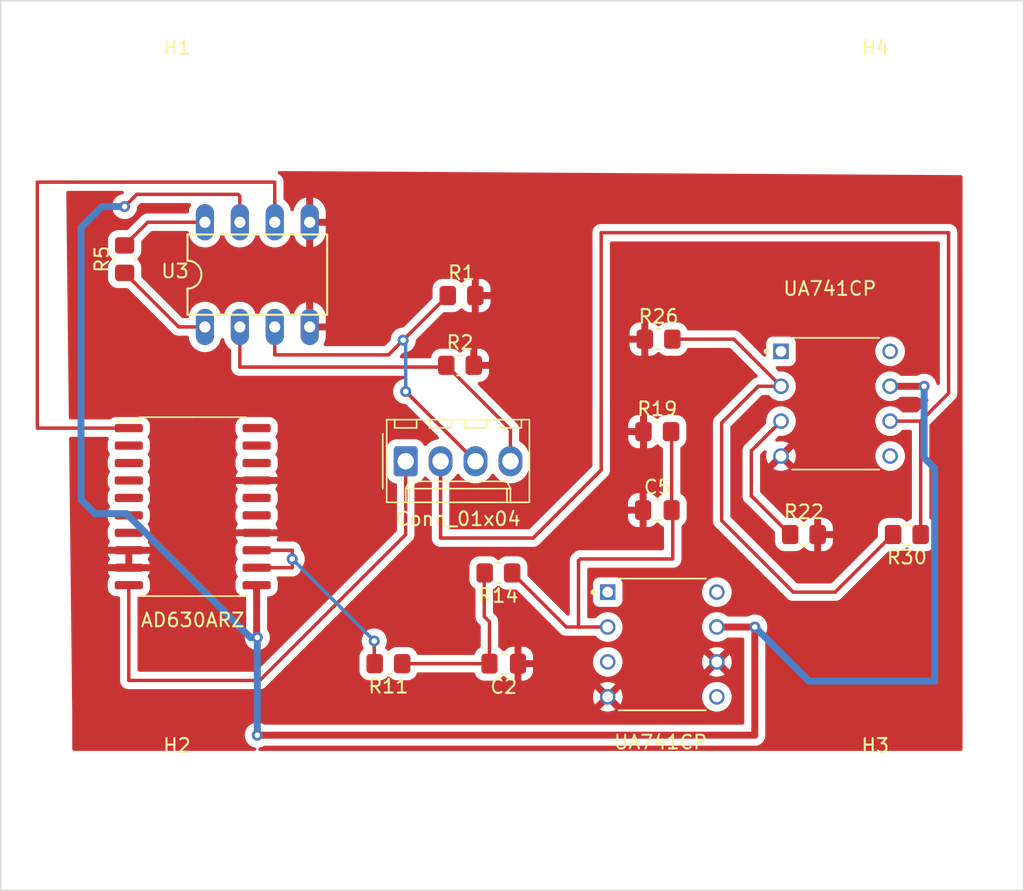
<source format=kicad_pcb>
(kicad_pcb (version 20211014) (generator pcbnew)
  (layers (0 "F.Cu" signal) (31 "B.Cu" signal) (34 "B.Paste" user) (35 "F.Paste" user) (36 "B.SilkS" user "B.Silkscreen") (37 "F.SilkS" user "F.Silkscreen") (38 "B.Mask" user) (39 "F.Mask" user) (44 "Edge.Cuts" user))
  (net 0 "")
  (net 1 "GND")
  (net 2 "Net-(C2-Pad2)")
  (net 3 "Net-(C5-Pad2)")
  (net 4 "+5V")
  (net 5 "Net-(R5-Pad1)")
  (net 6 "Net-(R5-Pad2)")
  (net 7 "Net-(R11-Pad2)")
  (net 8 "Net-(R22-Pad1)")
  (net 9 "Net-(R26-Pad2)")
  (net 16 "Net-(U4-Pad15)")
  (net 24 "Net-(R1-Pad1)")
  (net 25 "Net-(R2-Pad1)")
  (net 26 "Net-(U4-Pad1)")
  (net 27 "Net-(U4-Pad10)")
  (net 28 "Net-(J1-Pad2)")
  (footprint "Resistor_SMD:R_0805_2012Metric_Pad1.20x1.40mm_HandSolder" (layer "F.Cu") (at 150.892 87.122 180)
    (fp_text reference "R30" (at 0 -1.65) (layer "F.SilkS"))
    (fp_text value "1K")
    (fp_line (start -0.227064 -0.735) (end 0.227064 -0.735) (layer "F.SilkS") (width 0.12))
    (fp_line (start -0.227064 0.735) (end 0.227064 0.735) (layer "F.SilkS") (width 0.12))
    (pad "1" smd roundrect (at -1 0 180) (size 1.2 1.4) (layers "F.Cu" "F.Paste" "F.Mask") (roundrect_rratio 0.208333) (net 28 "Net-(J1-Pad2)"))
    (pad "2" smd roundrect (at 1 0 180) (size 1.2 1.4) (layers "F.Cu" "F.Paste" "F.Mask") (roundrect_rratio 0.208333) (net 9 "Net-(R26-Pad2)"))
  )
  (footprint "MountingHole:MountingHole_3.2mm_M3" (layer "F.Cu") (at 97.79 55.88)
    (fp_text reference "H1" (at 0 -4.2) (layer "F.SilkS"))
    (fp_text value "MountingHole")
    (pad "" np_thru_hole circle (at 0 0) (size 3.2 3.2) (drill 3.2) (layers *.Cu *.Mask))
  )
  (footprint "AD620:DIL08" (layer "F.Cu") (at 103.632 68.199)
    (fp_text reference "U3" (at -5.98085 -0.2545 180) (layer "F.SilkS") (effects (font (size 1.001984 1.001984))))
    (fp_text value "AD620")
    (fp_line (start -5.08 2.921) (end 5.08 2.921) (layer "F.SilkS") (width 0.1524))
    (fp_line (start -5.08 -2.921) (end -5.08 -1.016) (layer "F.SilkS") (width 0.1524))
    (fp_line (start 5.08 -2.921) (end -5.08 -2.921) (layer "F.SilkS") (width 0.1524))
    (fp_line (start -5.08 2.921) (end -5.08 1.016) (layer "F.SilkS") (width 0.1524))
    (fp_line (start 5.08 -2.921) (end 5.08 2.921) (layer "F.SilkS") (width 0.1524))
    (fp_arc (start -5.08 -1.016) (mid -4.064 0) (end -5.08 1.016) (layer "F.SilkS") (width 0.1524))
    (pad "1" thru_hole oval locked (at -3.81 3.81) (size 1.3208 2.6416) (drill 0.8128) (layers *.Cu *.Mask) (net 5 "Net-(R5-Pad1)"))
    (pad "2" thru_hole oval locked (at -1.27 3.81) (size 1.3208 2.6416) (drill 0.8128) (layers *.Cu *.Mask) (net 25 "Net-(R2-Pad1)"))
    (pad "3" thru_hole oval locked (at 1.27 3.81) (size 1.3208 2.6416) (drill 0.8128) (layers *.Cu *.Mask) (net 24 "Net-(R1-Pad1)"))
    (pad "4" thru_hole oval locked (at 3.81 3.81) (size 1.3208 2.6416) (drill 0.8128) (layers *.Cu *.Mask) (net 1 "GND"))
    (pad "5" thru_hole oval locked (at 3.81 -3.81) (size 1.3208 2.6416) (drill 0.8128) (layers *.Cu *.Mask) (net 1 "GND"))
    (pad "6" thru_hole oval locked (at 1.27 -3.81) (size 1.3208 2.6416) (drill 0.8128) (layers *.Cu *.Mask) (net 26 "Net-(U4-Pad1)"))
    (pad "7" thru_hole oval locked (at -1.27 -3.81) (size 1.3208 2.6416) (drill 0.8128) (layers *.Cu *.Mask) (net 4 "+5V"))
    (pad "8" thru_hole oval locked (at -3.81 -3.81) (size 1.3208 2.6416) (drill 0.8128) (layers *.Cu *.Mask) (net 6 "Net-(R5-Pad2)"))
  )
  (footprint "MountingHole:MountingHole_3.2mm_M3" (layer "F.Cu") (at 148.59 106.68)
    (fp_text reference "H3" (at 0 -4.2) (layer "F.SilkS"))
    (fp_text value "MountingHole")
    (pad "" np_thru_hole circle (at 0 0) (size 3.2 3.2) (drill 3.2) (layers *.Cu *.Mask))
  )
  (footprint "Capacitor_SMD:C_0805_2012Metric_Pad1.18x1.45mm_HandSolder" (layer "F.Cu") (at 121.5605 96.52 180)
    (fp_text reference "C2" (at 0 -1.68) (layer "F.SilkS"))
    (fp_text value "1uF")
    (fp_line (start -0.261252 -0.735) (end 0.261252 -0.735) (layer "F.SilkS") (width 0.12))
    (fp_line (start -0.261252 0.735) (end 0.261252 0.735) (layer "F.SilkS") (width 0.12))
    (pad "1" smd roundrect (at -1.0375 0 180) (size 1.175 1.45) (layers "F.Cu" "F.Paste" "F.Mask") (roundrect_rratio 0.212766) (net 1 "GND"))
    (pad "2" smd roundrect (at 1.0375 0 180) (size 1.175 1.45) (layers "F.Cu" "F.Paste" "F.Mask") (roundrect_rratio 0.212766) (net 2 "Net-(C2-Pad2)"))
  )
  (footprint "uA741:DIP794W45P254L959H508Q8" (layer "F.Cu") (at 133.096 95.123)
    (fp_text reference "U7" hide)
    (fp_text value "UA741CP" (at -0.127 7.112) (layer "F.SilkS"))
    (fp_line (start -3.175 4.795) (end 3.175 4.795) (layer "F.SilkS") (width 0.127))
    (fp_line (start -3.175 -4.795) (end 3.175 -4.795) (layer "F.SilkS") (width 0.127))
    (fp_circle (center -5.035 -3.81) (end -4.935 -3.81) (layer "F.SilkS") (width 0.2) (fill none))
    (pad "1" thru_hole rect locked (at -3.97 -3.81) (size 1.13 1.13) (drill 0.78) (layers *.Cu *.Mask))
    (pad "2" thru_hole circle locked (at -3.97 -1.27) (size 1.13 1.13) (drill 0.78) (layers *.Cu *.Mask) (net 3 "Net-(C5-Pad2)"))
    (pad "3" thru_hole circle locked (at -3.97 1.27) (size 1.13 1.13) (drill 0.78) (layers *.Cu *.Mask))
    (pad "4" thru_hole circle locked (at -3.97 3.81) (size 1.13 1.13) (drill 0.78) (layers *.Cu *.Mask) (net 1 "GND"))
    (pad "5" thru_hole circle locked (at 3.97 3.81) (size 1.13 1.13) (drill 0.78) (layers *.Cu *.Mask))
    (pad "6" thru_hole circle locked (at 3.97 1.27) (size 1.13 1.13) (drill 0.78) (layers *.Cu *.Mask) (net 1 "GND"))
    (pad "7" thru_hole circle locked (at 3.97 -1.27) (size 1.13 1.13) (drill 0.78) (layers *.Cu *.Mask) (net 4 "+5V"))
    (pad "8" thru_hole circle locked (at 3.97 -3.81) (size 1.13 1.13) (drill 0.78) (layers *.Cu *.Mask))
  )
  (footprint "Resistor_SMD:R_0805_2012Metric_Pad1.20x1.40mm_HandSolder" (layer "F.Cu") (at 118.491 69.723)
    (fp_text reference "R1" (at 0 -1.65) (layer "F.SilkS"))
    (fp_text value "10K")
    (fp_line (start -0.227064 0.735) (end 0.227064 0.735) (layer "F.SilkS") (width 0.12))
    (fp_line (start -0.227064 -0.735) (end 0.227064 -0.735) (layer "F.SilkS") (width 0.12))
    (pad "1" smd roundrect (at -1 0) (size 1.2 1.4) (layers "F.Cu" "F.Paste" "F.Mask") (roundrect_rratio 0.208333) (net 24 "Net-(R1-Pad1)"))
    (pad "2" smd roundrect (at 1 0) (size 1.2 1.4) (layers "F.Cu" "F.Paste" "F.Mask") (roundrect_rratio 0.208333) (net 1 "GND"))
  )
  (footprint "Resistor_SMD:R_0805_2012Metric_Pad1.20x1.40mm_HandSolder" (layer "F.Cu") (at 121.174 89.916 180)
    (fp_text reference "R14" (at 0 -1.65) (layer "F.SilkS"))
    (fp_text value "1K")
    (fp_line (start -0.227064 -0.735) (end 0.227064 -0.735) (layer "F.SilkS") (width 0.12))
    (fp_line (start -0.227064 0.735) (end 0.227064 0.735) (layer "F.SilkS") (width 0.12))
    (pad "1" smd roundrect (at -1 0 180) (size 1.2 1.4) (layers "F.Cu" "F.Paste" "F.Mask") (roundrect_rratio 0.208333) (net 3 "Net-(C5-Pad2)"))
    (pad "2" smd roundrect (at 1 0 180) (size 1.2 1.4) (layers "F.Cu" "F.Paste" "F.Mask") (roundrect_rratio 0.208333) (net 2 "Net-(C2-Pad2)"))
  )
  (footprint "Resistor_SMD:R_0805_2012Metric_Pad1.20x1.40mm_HandSolder" (layer "F.Cu") (at 132.731 79.629)
    (fp_text reference "R19" (at 0 -1.65) (layer "F.SilkS"))
    (fp_text value "200K")
    (fp_line (start -0.227064 -0.735) (end 0.227064 -0.735) (layer "F.SilkS") (width 0.12))
    (fp_line (start -0.227064 0.735) (end 0.227064 0.735) (layer "F.SilkS") (width 0.12))
    (pad "1" smd roundrect (at -1 0) (size 1.2 1.4) (layers "F.Cu" "F.Paste" "F.Mask") (roundrect_rratio 0.208333) (net 1 "GND"))
    (pad "2" smd roundrect (at 1 0) (size 1.2 1.4) (layers "F.Cu" "F.Paste" "F.Mask") (roundrect_rratio 0.208333) (net 3 "Net-(C5-Pad2)"))
  )
  (footprint "uA741:DIP794W45P254L959H508Q8" (layer "F.Cu") (at 145.701995 77.597)
    (fp_text reference "U11" hide)
    (fp_text value "UA741CP" (at -0.414 -8.382) (layer "F.SilkS"))
    (fp_line (start -3.175 4.795) (end 3.175 4.795) (layer "F.SilkS") (width 0.127))
    (fp_line (start -3.175 -4.795) (end 3.175 -4.795) (layer "F.SilkS") (width 0.127))
    (fp_circle (center -5.035 -3.81) (end -4.935 -3.81) (layer "F.SilkS") (width 0.2) (fill none))
    (pad "1" thru_hole rect locked (at -3.97 -3.81) (size 1.13 1.13) (drill 0.78) (layers *.Cu *.Mask))
    (pad "2" thru_hole circle locked (at -3.97 -1.27) (size 1.13 1.13) (drill 0.78) (layers *.Cu *.Mask) (net 9 "Net-(R26-Pad2)"))
    (pad "3" thru_hole circle locked (at -3.97 1.27) (size 1.13 1.13) (drill 0.78) (layers *.Cu *.Mask) (net 8 "Net-(R22-Pad1)"))
    (pad "4" thru_hole circle locked (at -3.97 3.81) (size 1.13 1.13) (drill 0.78) (layers *.Cu *.Mask) (net 1 "GND"))
    (pad "5" thru_hole circle locked (at 3.97 3.81) (size 1.13 1.13) (drill 0.78) (layers *.Cu *.Mask))
    (pad "6" thru_hole circle locked (at 3.97 1.27) (size 1.13 1.13) (drill 0.78) (layers *.Cu *.Mask) (net 28 "Net-(J1-Pad2)"))
    (pad "7" thru_hole circle locked (at 3.97 -1.27) (size 1.13 1.13) (drill 0.78) (layers *.Cu *.Mask) (net 4 "+5V"))
    (pad "8" thru_hole circle locked (at 3.97 -3.81) (size 1.13 1.13) (drill 0.78) (layers *.Cu *.Mask))
  )
  (footprint "Resistor_SMD:R_0805_2012Metric_Pad1.20x1.40mm_HandSolder" (layer "F.Cu") (at 118.38 74.803)
    (fp_text reference "R2" (at 0 -1.65) (layer "F.SilkS"))
    (fp_text value "10K")
    (fp_line (start -0.227064 0.735) (end 0.227064 0.735) (layer "F.SilkS") (width 0.12))
    (fp_line (start -0.227064 -0.735) (end 0.227064 -0.735) (layer "F.SilkS") (width 0.12))
    (pad "1" smd roundrect (at -1 0) (size 1.2 1.4) (layers "F.Cu" "F.Paste" "F.Mask") (roundrect_rratio 0.208333) (net 25 "Net-(R2-Pad1)"))
    (pad "2" smd roundrect (at 1 0) (size 1.2 1.4) (layers "F.Cu" "F.Paste" "F.Mask") (roundrect_rratio 0.208333) (net 1 "GND"))
  )
  (footprint "Resistor_SMD:R_0805_2012Metric_Pad1.20x1.40mm_HandSolder" (layer "F.Cu") (at 132.826 72.898)
    (fp_text reference "R26" (at 0 -1.65) (layer "F.SilkS"))
    (fp_text value "1K")
    (fp_line (start -0.227064 -0.735) (end 0.227064 -0.735) (layer "F.SilkS") (width 0.12))
    (fp_line (start -0.227064 0.735) (end 0.227064 0.735) (layer "F.SilkS") (width 0.12))
    (pad "1" smd roundrect (at -1 0) (size 1.2 1.4) (layers "F.Cu" "F.Paste" "F.Mask") (roundrect_rratio 0.208333) (net 1 "GND"))
    (pad "2" smd roundrect (at 1 0) (size 1.2 1.4) (layers "F.Cu" "F.Paste" "F.Mask") (roundrect_rratio 0.208333) (net 9 "Net-(R26-Pad2)"))
  )
  (footprint "MountingHole:MountingHole_3.2mm_M3" (layer "F.Cu") (at 148.59 55.88)
    (fp_text reference "H4" (at 0 -4.2) (layer "F.SilkS"))
    (fp_text value "MountingHole")
    (pad "" np_thru_hole circle (at 0 0) (size 3.2 3.2) (drill 3.2) (layers *.Cu *.Mask))
  )
  (footprint "Resistor_SMD:R_0805_2012Metric_Pad1.20x1.40mm_HandSolder" (layer "F.Cu") (at 113.173 96.52 180)
    (fp_text reference "R11" (at 0 -1.65) (layer "F.SilkS"))
    (fp_text value "1K")
    (fp_line (start -0.227064 0.735) (end 0.227064 0.735) (layer "F.SilkS") (width 0.12))
    (fp_line (start -0.227064 -0.735) (end 0.227064 -0.735) (layer "F.SilkS") (width 0.12))
    (pad "1" smd roundrect (at -1 0 180) (size 1.2 1.4) (layers "F.Cu" "F.Paste" "F.Mask") (roundrect_rratio 0.208333) (net 2 "Net-(C2-Pad2)"))
    (pad "2" smd roundrect (at 1 0 180) (size 1.2 1.4) (layers "F.Cu" "F.Paste" "F.Mask") (roundrect_rratio 0.208333) (net 7 "Net-(R11-Pad2)"))
  )
  (footprint "Package_SO:SOIC-20W_7.5x12.8mm_P1.27mm" (layer "F.Cu") (at 98.933 85.09)
    (fp_text reference "U4" hide)
    (fp_text value "AD630ARZ" (at 0 8.255) (layer "F.SilkS"))
    (fp_line (start -3.86 -6.51) (end -3.86 -6.275) (layer "F.SilkS") (width 0.12))
    (fp_line (start 0 6.51) (end 3.86 6.51) (layer "F.SilkS") (width 0.12))
    (fp_line (start 3.86 6.51) (end 3.86 6.275) (layer "F.SilkS") (width 0.12))
    (fp_line (start 3.86 -6.51) (end 3.86 -6.275) (layer "F.SilkS") (width 0.12))
    (fp_line (start -3.86 -6.275) (end -5.675 -6.275) (layer "F.SilkS") (width 0.12))
    (fp_line (start 0 6.51) (end -3.86 6.51) (layer "F.SilkS") (width 0.12))
    (fp_line (start 0 -6.51) (end 3.86 -6.51) (layer "F.SilkS") (width 0.12))
    (fp_line (start 0 -6.51) (end -3.86 -6.51) (layer "F.SilkS") (width 0.12))
    (fp_line (start -3.86 6.51) (end -3.86 6.275) (layer "F.SilkS") (width 0.12))
    (pad "1" smd roundrect (at -4.65 -5.715) (size 2.05 0.6) (layers "F.Cu" "F.Paste" "F.Mask") (net 26 "Net-(U4-Pad1)"))
    (pad "2" smd roundrect (at -4.65 -4.445) (size 2.05 0.6) (layers "F.Cu" "F.Paste" "F.Mask"))
    (pad "3" smd roundrect (at -4.65 -3.175) (size 2.05 0.6) (layers "F.Cu" "F.Paste" "F.Mask"))
    (pad "4" smd roundrect (at -4.65 -1.905) (size 2.05 0.6) (layers "F.Cu" "F.Paste" "F.Mask"))
    (pad "5" smd roundrect (at -4.65 -0.635) (size 2.05 0.6) (layers "F.Cu" "F.Paste" "F.Mask"))
    (pad "6" smd roundrect (at -4.65 0.635) (size 2.05 0.6) (layers "F.Cu" "F.Paste" "F.Mask"))
    (pad "7" smd roundrect (at -4.65 1.905) (size 2.05 0.6) (layers "F.Cu" "F.Paste" "F.Mask"))
    (pad "8" smd roundrect (at -4.65 3.175) (size 2.05 0.6) (layers "F.Cu" "F.Paste" "F.Mask") (net 1 "GND"))
    (pad "9" smd roundrect (at -4.65 4.445) (size 2.05 0.6) (layers "F.Cu" "F.Paste" "F.Mask") (net 1 "GND"))
    (pad "10" smd roundrect (at -4.65 5.715) (size 2.05 0.6) (layers "F.Cu" "F.Paste" "F.Mask") (net 27 "Net-(U4-Pad10)"))
    (pad "11" smd roundrect (at 4.65 5.715) (size 2.05 0.6) (layers "F.Cu" "F.Paste" "F.Mask") (net 4 "+5V"))
    (pad "12" smd roundrect (at 4.65 4.445) (size 2.05 0.6) (layers "F.Cu" "F.Paste" "F.Mask") (net 7 "Net-(R11-Pad2)"))
    (pad "13" smd roundrect (at 4.65 3.175) (size 2.05 0.6) (layers "F.Cu" "F.Paste" "F.Mask") (net 7 "Net-(R11-Pad2)"))
    (pad "14" smd roundrect (at 4.65 1.905) (size 2.05 0.6) (layers "F.Cu" "F.Paste" "F.Mask") (net 1 "GND"))
    (pad "15" smd roundrect (at 4.65 0.635) (size 2.05 0.6) (layers "F.Cu" "F.Paste" "F.Mask") (net 16 "Net-(U4-Pad15)"))
    (pad "16" smd roundrect (at 4.65 -0.635) (size 2.05 0.6) (layers "F.Cu" "F.Paste" "F.Mask"))
    (pad "17" smd roundrect (at 4.65 -1.905) (size 2.05 0.6) (layers "F.Cu" "F.Paste" "F.Mask") (net 1 "GND"))
    (pad "18" smd roundrect (at 4.65 -3.175) (size 2.05 0.6) (layers "F.Cu" "F.Paste" "F.Mask"))
    (pad "19" smd roundrect (at 4.65 -4.445) (size 2.05 0.6) (layers "F.Cu" "F.Paste" "F.Mask") (net 16 "Net-(U4-Pad15)"))
    (pad "20" smd roundrect (at 4.65 -5.715) (size 2.05 0.6) (layers "F.Cu" "F.Paste" "F.Mask") (net 16 "Net-(U4-Pad15)"))
  )
  (footprint "Capacitor_SMD:C_0805_2012Metric_Pad1.18x1.45mm_HandSolder" (layer "F.Cu") (at 132.7365 85.344)
    (fp_text reference "C5" (at 0 -1.68) (layer "F.SilkS"))
    (fp_text value "200nF")
    (fp_line (start -0.261252 0.735) (end 0.261252 0.735) (layer "F.SilkS") (width 0.12))
    (fp_line (start -0.261252 -0.735) (end 0.261252 -0.735) (layer "F.SilkS") (width 0.12))
    (pad "1" smd roundrect (at -1.0375 0) (size 1.175 1.45) (layers "F.Cu" "F.Paste" "F.Mask") (roundrect_rratio 0.212766) (net 1 "GND"))
    (pad "2" smd roundrect (at 1.0375 0) (size 1.175 1.45) (layers "F.Cu" "F.Paste" "F.Mask") (roundrect_rratio 0.212766) (net 3 "Net-(C5-Pad2)"))
  )
  (footprint "Connector_Molex:Molex_KK-254_AE-6410-04A_1x04_P2.54mm_Vertical" (layer "F.Cu") (at 114.427 81.788)
    (fp_text reference "J1" hide)
    (fp_text value "Conn_01x04" (at 3.81 4.191) (layer "F.SilkS"))
    (fp_line (start -1.38 -3.03) (end -1.38 2.99) (layer "F.SilkS") (width 0.12))
    (fp_line (start 4.28 -3.03) (end 4.28 -2.43) (layer "F.SilkS") (width 0.12))
    (fp_line (start 0.25 2.99) (end 0.25 1.99) (layer "F.SilkS") (width 0.12))
    (fp_line (start 0 2.99) (end 0 1.99) (layer "F.SilkS") (width 0.12))
    (fp_line (start 0 1.99) (end 7.62 1.99) (layer "F.SilkS") (width 0.12))
    (fp_line (start 9 -3.03) (end -1.38 -3.03) (layer "F.SilkS") (width 0.12))
    (fp_line (start 4.28 -2.43) (end 5.88 -2.43) (layer "F.SilkS") (width 0.12))
    (fp_line (start 0.25 1.46) (end 7.37 1.46) (layer "F.SilkS") (width 0.12))
    (fp_line (start -0.8 -3.03) (end -0.8 -2.43) (layer "F.SilkS") (width 0.12))
    (fp_line (start 8.42 -2.43) (end 8.42 -3.03) (layer "F.SilkS") (width 0.12))
    (fp_line (start 7.37 2.99) (end 7.37 1.99) (layer "F.SilkS") (width 0.12))
    (fp_line (start 0.8 -2.43) (end 0.8 -3.03) (layer "F.SilkS") (width 0.12))
    (fp_line (start 1.74 -2.43) (end 3.34 -2.43) (layer "F.SilkS") (width 0.12))
    (fp_line (start -0.8 -2.43) (end 0.8 -2.43) (layer "F.SilkS") (width 0.12))
    (fp_line (start 0 1.99) (end 0.25 1.46) (layer "F.SilkS") (width 0.12))
    (fp_line (start 5.88 -2.43) (end 5.88 -3.03) (layer "F.SilkS") (width 0.12))
    (fp_line (start -1.38 2.99) (end 9 2.99) (layer "F.SilkS") (width 0.12))
    (fp_line (start 1.74 -3.03) (end 1.74 -2.43) (layer "F.SilkS") (width 0.12))
    (fp_line (start -1.67 -2) (end -1.67 2) (layer "F.SilkS") (width 0.12))
    (fp_line (start 3.34 -2.43) (end 3.34 -3.03) (layer "F.SilkS") (width 0.12))
    (fp_line (start 9 2.99) (end 9 -3.03) (layer "F.SilkS") (width 0.12))
    (fp_line (start 7.37 1.46) (end 7.62 1.99) (layer "F.SilkS") (width 0.12))
    (fp_line (start 6.82 -3.03) (end 6.82 -2.43) (layer "F.SilkS") (width 0.12))
    (fp_line (start 7.62 1.99) (end 7.62 2.99) (layer "F.SilkS") (width 0.12))
    (fp_line (start 6.82 -2.43) (end 8.42 -2.43) (layer "F.SilkS") (width 0.12))
    (pad "1" thru_hole roundrect (at 0 0) (size 1.74 2.19) (drill 1.19) (layers *.Cu *.Mask) (roundrect_rratio 0.143678) (net 27 "Net-(U4-Pad10)"))
    (pad "2" thru_hole oval (at 2.54 0) (size 1.74 2.19) (drill 1.19) (layers *.Cu *.Mask) (net 28 "Net-(J1-Pad2)"))
    (pad "3" thru_hole oval (at 5.08 0) (size 1.74 2.19) (drill 1.19) (layers *.Cu *.Mask) (net 24 "Net-(R1-Pad1)"))
    (pad "4" thru_hole oval (at 7.62 0) (size 1.74 2.19) (drill 1.19) (layers *.Cu *.Mask) (net 25 "Net-(R2-Pad1)"))
  )
  (footprint "MountingHole:MountingHole_3.2mm_M3" (layer "F.Cu") (at 97.79 106.68)
    (fp_text reference "H2" (at 0 -4.2) (layer "F.SilkS"))
    (fp_text value "MountingHole")
    (pad "" np_thru_hole circle (at 0 0) (size 3.2 3.2) (drill 3.2) (layers *.Cu *.Mask))
  )
  (footprint "Resistor_SMD:R_0805_2012Metric_Pad1.20x1.40mm_HandSolder" (layer "F.Cu") (at 143.399 87.122)
    (fp_text reference "R22" (at 0 -1.65) (layer "F.SilkS"))
    (fp_text value "1K")
    (fp_line (start -0.227064 -0.735) (end 0.227064 -0.735) (layer "F.SilkS") (width 0.12))
    (fp_line (start -0.227064 0.735) (end 0.227064 0.735) (layer "F.SilkS") (width 0.12))
    (pad "1" smd roundrect (at -1 0) (size 1.2 1.4) (layers "F.Cu" "F.Paste" "F.Mask") (roundrect_rratio 0.208333) (net 8 "Net-(R22-Pad1)"))
    (pad "2" smd roundrect (at 1 0) (size 1.2 1.4) (layers "F.Cu" "F.Paste" "F.Mask") (roundrect_rratio 0.208333) (net 1 "GND"))
  )
  (footprint "Resistor_SMD:R_0805_2012Metric_Pad1.20x1.40mm_HandSolder" (layer "F.Cu") (at 93.98 67.072 90)
    (fp_text reference "R5" (at 0 -1.65 90) (layer "F.SilkS"))
    (fp_text value "1K")
    (fp_line (start -0.227064 -0.735) (end 0.227064 -0.735) (layer "F.SilkS") (width 0.12))
    (fp_line (start -0.227064 0.735) (end 0.227064 0.735) (layer "F.SilkS") (width 0.12))
    (pad "1" smd roundrect (at -1 0 90) (size 1.2 1.4) (layers "F.Cu" "F.Paste" "F.Mask") (roundrect_rratio 0.208333) (net 5 "Net-(R5-Pad1)"))
    (pad "2" smd roundrect (at 1 0 90) (size 1.2 1.4) (layers "F.Cu" "F.Paste" "F.Mask") (roundrect_rratio 0.208333) (net 6 "Net-(R5-Pad2)"))
  )
  (gr_rect (start 84.963 48.26) (end 159.385 113.03) (layer "Edge.Cuts") (width 0.1) (fill none))
  (segment (start 120.523 96.52) (end 120.523 93.472) (width 0.25) (layer "F.Cu") (net 2))
  (segment (start 120.142 89.948) (end 120.174 89.916) (width 0.25) (layer "F.Cu") (net 2))
  (segment (start 120.142 93.091) (end 120.142 89.948) (width 0.25) (layer "F.Cu") (net 2))
  (segment (start 120.523 93.472) (end 120.142 93.091) (width 0.25) (layer "F.Cu") (net 2))
  (segment (start 120.523 90.265) (end 120.174 89.916) (width 0.25) (layer "F.Cu") (net 2))
  (segment (start 114.173 96.52) (end 120.523 96.52) (width 0.25) (layer "F.Cu") (net 2))
  (segment (start 129.126 93.853) (end 127 93.853) (width 0.25) (layer "F.Cu") (net 3))
  (segment (start 133.774 79.672) (end 133.731 79.629) (width 0.25) (layer "F.Cu") (net 3))
  (segment (start 127.127 88.9) (end 133.858 88.9) (width 0.25) (layer "F.Cu") (net 3))
  (segment (start 127 89.027) (end 127.127 88.9) (width 0.25) (layer "F.Cu") (net 3))
  (segment (start 127 93.853) (end 127 89.027) (width 0.25) (layer "F.Cu") (net 3))
  (segment (start 133.858 85.428) (end 133.774 85.344) (width 0.25) (layer "F.Cu") (net 3))
  (segment (start 133.858 88.9) (end 133.858 85.428) (width 0.25) (layer "F.Cu") (net 3))
  (segment (start 126.111 93.853) (end 122.174 89.916) (width 0.25) (layer "F.Cu") (net 3))
  (segment (start 133.774 85.344) (end 133.774 79.672) (width 0.25) (layer "F.Cu") (net 3))
  (segment (start 127 93.853) (end 126.111 93.853) (width 0.25) (layer "F.Cu") (net 3))
  (segment (start 94.869 62.357) (end 93.98 63.246) (width 0.25) (layer "F.Cu") (net 4))
  (segment (start 137.066 93.853) (end 139.827 93.853) (width 0.508) (layer "F.Cu") (net 4))
  (segment (start 102.362 62.484) (end 102.235 62.357) (width 0.25) (layer "F.Cu") (net 4))
  (segment (start 102.235 62.357) (end 94.869 62.357) (width 0.25) (layer "F.Cu") (net 4))
  (segment (start 139.827 101.6) (end 139.7 101.727) (width 0.25) (layer "F.Cu") (net 4))
  (segment (start 103.583 94.439) (end 103.632 94.488) (width 0.508) (layer "F.Cu") (net 4))
  (segment (start 139.827 93.853) (end 139.827 101.727) (width 0.508) (layer "F.Cu") (net 4))
  (segment (start 103.583 90.805) (end 103.583 94.439) (width 0.508) (layer "F.Cu") (net 4))
  (segment (start 149.671995 76.327) (end 152.146 76.327) (width 0.508) (layer "F.Cu") (net 4))
  (segment (start 139.827 101.727) (end 103.632 101.727) (width 0.508) (layer "F.Cu") (net 4))
  (segment (start 102.362 64.389) (end 102.362 62.484) (width 0.25) (layer "F.Cu") (net 4))
  (via (at 103.632 101.727) (size 0.8) (drill 0.4) (layers "F.Cu" "B.Cu") (net 4))
  (via (at 152.146 76.327) (size 0.8) (drill 0.4) (layers "F.Cu" "B.Cu") (net 4))
  (via (at 93.98 63.246) (size 0.8) (drill 0.4) (layers "F.Cu" "B.Cu") (net 4))
  (via (at 103.632 94.615) (size 0.8) (drill 0.4) (layers "F.Cu" "B.Cu") (net 4))
  (via (at 139.827 93.853) (size 0.8) (drill 0.4) (layers "F.Cu" "B.Cu") (net 4))
  (segment (start 152.146 76.327) (end 152.146 81.534) (width 0.508) (layer "B.Cu") (net 4))
  (segment (start 90.805 64.77) (end 92.329 63.246) (width 0.508) (layer "B.Cu") (net 4))
  (segment (start 90.805 84.582) (end 90.805 64.77) (width 0.508) (layer "B.Cu") (net 4))
  (segment (start 103.632 101.727) (end 103.632 94.615) (width 0.508) (layer "B.Cu") (net 4))
  (segment (start 103.124 94.615) (end 94.107 85.598) (width 0.508) (layer "B.Cu") (net 4))
  (segment (start 94.107 85.598) (end 91.821 85.598) (width 0.508) (layer "B.Cu") (net 4))
  (segment (start 91.821 85.598) (end 90.805 84.582) (width 0.508) (layer "B.Cu") (net 4))
  (segment (start 143.764 97.79) (end 139.827 93.853) (width 0.508) (layer "B.Cu") (net 4))
  (segment (start 92.329 63.246) (end 93.98 63.246) (width 0.508) (layer "B.Cu") (net 4))
  (segment (start 103.632 94.615) (end 103.632 94.488) (width 0.508) (layer "B.Cu") (net 4))
  (segment (start 152.908 97.79) (end 143.764 97.79) (width 0.508) (layer "B.Cu") (net 4))
  (segment (start 152.146 81.534) (end 152.908 82.296) (width 0.508) (layer "B.Cu") (net 4))
  (segment (start 103.632 94.615) (end 103.124 94.615) (width 0.508) (layer "B.Cu") (net 4))
  (segment (start 152.908 82.296) (end 152.908 97.79) (width 0.508) (layer "B.Cu") (net 4))
  (segment (start 103.505 94.615) (end 103.632 94.488) (width 0.25) (layer "B.Cu") (net 4))
  (segment (start 99.822 72.009) (end 97.917 72.009) (width 0.25) (layer "F.Cu") (net 5))
  (segment (start 97.917 72.009) (end 93.98 68.072) (width 0.25) (layer "F.Cu") (net 5))
  (segment (start 99.822 64.389) (end 95.663 64.389) (width 0.25) (layer "F.Cu") (net 6))
  (segment (start 95.663 64.389) (end 93.98 66.072) (width 0.25) (layer "F.Cu") (net 6))
  (segment (start 106.172 88.265) (end 106.172 88.9) (width 0.25) (layer "F.Cu") (net 7))
  (segment (start 112.141 96.488) (end 112.173 96.52) (width 0.25) (layer "F.Cu") (net 7))
  (segment (start 103.583 88.265) (end 106.172 88.265) (width 0.25) (layer "F.Cu") (net 7))
  (segment (start 106.172 89.535) (end 103.583 89.535) (width 0.25) (layer "F.Cu") (net 7))
  (segment (start 106.172 88.9) (end 106.172 89.535) (width 0.25) (layer "F.Cu") (net 7))
  (segment (start 112.141 94.869) (end 112.141 96.488) (width 0.25) (layer "F.Cu") (net 7))
  (via (at 106.172 88.9) (size 0.8) (drill 0.4) (layers "F.Cu" "B.Cu") (net 7))
  (via (at 112.141 94.869) (size 0.8) (drill 0.4) (layers "F.Cu" "B.Cu") (net 7))
  (segment (start 106.172 88.9) (end 112.141 94.869) (width 0.25) (layer "B.Cu") (net 7))
  (segment (start 142.399 87.122) (end 139.605 84.328) (width 0.254) (layer "F.Cu") (net 8))
  (segment (start 139.605 84.328) (end 139.573 84.328) (width 0.254) (layer "F.Cu") (net 8))
  (segment (start 139.573 84.328) (end 139.573 81.025995) (width 0.254) (layer "F.Cu") (net 8))
  (segment (start 139.573 81.025995) (end 141.731995 78.867) (width 0.254) (layer "F.Cu") (net 8))
  (segment (start 137.414 86.106) (end 142.621 91.313) (width 0.25) (layer "F.Cu") (net 9))
  (segment (start 138.302995 72.898) (end 133.826 72.898) (width 0.25) (layer "F.Cu") (net 9))
  (segment (start 145.669 91.313) (end 149.86 87.122) (width 0.25) (layer "F.Cu") (net 9))
  (segment (start 141.731995 76.327) (end 138.302995 72.898) (width 0.25) (layer "F.Cu") (net 9))
  (segment (start 149.86 87.122) (end 149.892 87.122) (width 0.25) (layer "F.Cu") (net 9))
  (segment (start 140.081 76.327) (end 137.414 78.994) (width 0.25) (layer "F.Cu") (net 9))
  (segment (start 142.621 91.313) (end 145.669 91.313) (width 0.25) (layer "F.Cu") (net 9))
  (segment (start 141.731995 76.327) (end 140.081 76.327) (width 0.25) (layer "F.Cu") (net 9))
  (segment (start 137.414 78.994) (end 137.414 86.106) (width 0.25) (layer "F.Cu") (net 9))
  (segment (start 113.173 74.041) (end 114.2445 72.9695) (width 0.25) (layer "F.Cu") (net 24))
  (segment (start 119.507 81.788) (end 114.427 76.708) (width 0.254) (layer "F.Cu") (net 24))
  (segment (start 104.902 72.009) (end 104.902 74.041) (width 0.25) (layer "F.Cu") (net 24))
  (segment (start 104.902 74.041) (end 113.173 74.041) (width 0.25) (layer "F.Cu") (net 24))
  (segment (start 114.2445 72.9695) (end 117.491 69.723) (width 0.25) (layer "F.Cu") (net 24))
  (via (at 114.427 76.708) (size 0.8) (drill 0.4) (layers "F.Cu" "B.Cu") (net 24))
  (via (at 114.2445 72.9695) (size 0.8) (drill 0.4) (layers "F.Cu" "B.Cu") (net 24))
  (segment (start 114.427 73.279) (end 114.173 73.025) (width 0.254) (layer "B.Cu") (net 24))
  (segment (start 114.427 76.708) (end 114.427 73.279) (width 0.254) (layer "B.Cu") (net 24))
  (segment (start 117.38 74.803) (end 122.047 79.47) (width 0.25) (layer "F.Cu") (net 25))
  (segment (start 122.047 79.47) (end 122.047 81.788) (width 0.25) (layer "F.Cu") (net 25))
  (segment (start 102.362 74.93) (end 117.253 74.93) (width 0.25) (layer "F.Cu") (net 25))
  (segment (start 102.362 72.009) (end 102.362 74.93) (width 0.25) (layer "F.Cu") (net 25))
  (segment (start 117.253 74.93) (end 117.38 74.803) (width 0.25) (layer "F.Cu") (net 25))
  (segment (start 87.63 79.375) (end 94.283 79.375) (width 0.25) (layer "F.Cu") (net 26))
  (segment (start 104.902 64.389) (end 104.902 61.468) (width 0.25) (layer "F.Cu") (net 26))
  (segment (start 87.63 61.468) (end 87.63 79.375) (width 0.25) (layer "F.Cu") (net 26))
  (segment (start 104.902 61.468) (end 87.63 61.468) (width 0.25) (layer "F.Cu") (net 26))
  (segment (start 94.283 97.741) (end 103.808 97.741) (width 0.25) (layer "F.Cu") (net 27))
  (segment (start 103.808 97.741) (end 114.427 87.122) (width 0.25) (layer "F.Cu") (net 27))
  (segment (start 94.283 90.805) (end 94.283 97.741) (width 0.25) (layer "F.Cu") (net 27))
  (segment (start 114.427 87.122) (end 114.427 81.788) (width 0.25) (layer "F.Cu") (net 27))
  (segment (start 153.924 65.151) (end 153.924 76.835) (width 0.25) (layer "F.Cu") (net 28))
  (segment (start 151.892 87.122) (end 151.892 78.867) (width 0.25) (layer "F.Cu") (net 28))
  (segment (start 128.651 82.423) (end 128.651 77.724) (width 0.254) (layer "F.Cu") (net 28))
  (segment (start 128.651 77.724) (end 128.651 65.151) (width 0.25) (layer "F.Cu") (net 28))
  (segment (start 116.967 87.376) (end 123.698 87.376) (width 0.254) (layer "F.Cu") (net 28))
  (segment (start 128.651 65.151) (end 153.924 65.151) (width 0.25) (layer "F.Cu") (net 28))
  (segment (start 151.892 78.867) (end 149.671995 78.867) (width 0.25) (layer "F.Cu") (net 28))
  (segment (start 123.698 87.376) (end 128.651 82.423) (width 0.254) (layer "F.Cu") (net 28))
  (segment (start 153.924 76.835) (end 151.892 78.867) (width 0.25) (layer "F.Cu") (net 28))
  (segment (start 116.967 81.788) (end 116.967 87.376) (width 0.254) (layer "F.Cu") (net 28))
  (zone (net 1) (net_name "GND") (layer "F.Cu") (connect_pads (clearance 0.508)) (min_thickness 0.254) (fill yes (thermal_gap 0.508) (thermal_bridge_width 0.508))
    (polygon (pts (xy 154.94 60.96) (xy 154.942428 102.870005) (xy 90.17 102.87) (xy 90.17 100.33) (xy 89.714913 60.567013)))
  )
)
</source>
